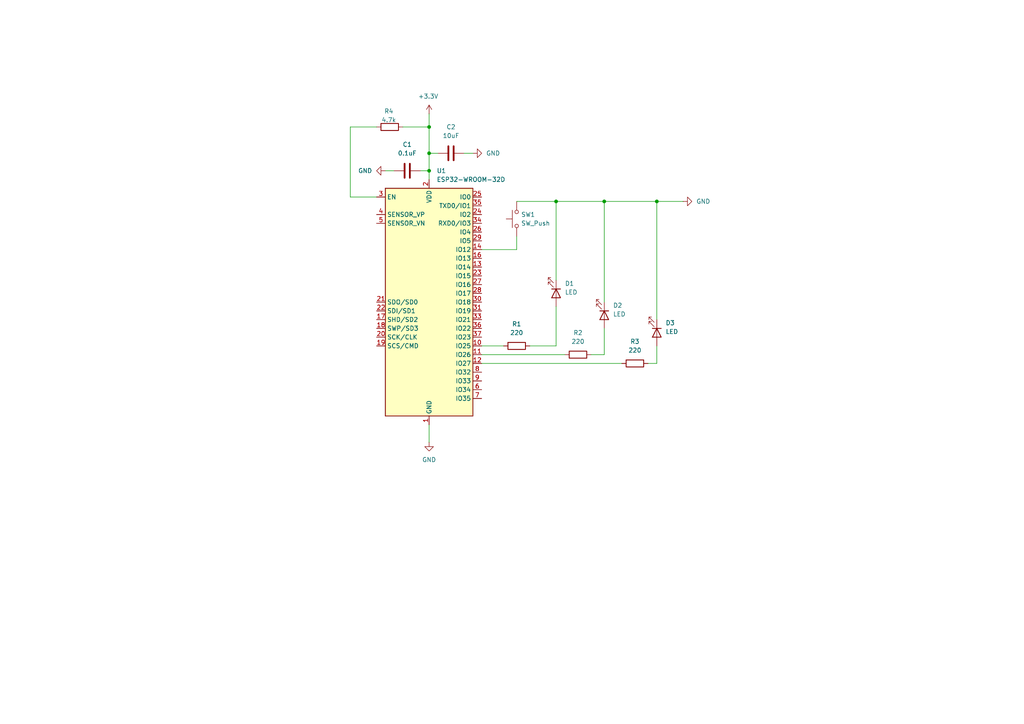
<source format=kicad_sch>
(kicad_sch (version 20231120) (generator "eeschema") (generator_version "8.0")
  (paper "A4")
  (lib_symbols
    (symbol "Device:C" (pin_numbers hide) (pin_names (offset 0.254))
      (property "Reference" "C" (at 0.635 2.54 0))
      (property "Value" "C" (at 0.635 -2.54 0))
      (symbol "C_0_1"
        (polyline (pts (xy -2.032 -0.762) (xy 2.032 -0.762)) (stroke (width 0.508)))
        (polyline (pts (xy -2.032 0.762) (xy 2.032 0.762)) (stroke (width 0.508)))
      )
      (symbol "C_1_1"
        (pin passive line (at 0 3.81 270) (length 2.794) (name "~") (number "1"))
        (pin passive line (at 0 -3.81 90) (length 2.794) (name "~") (number "2"))
      )
    )
    (symbol "Device:LED" (pin_numbers hide) (pin_names (offset 1.016) hide)
      (property "Reference" "D" (at 0 2.54 0))
      (property "Value" "LED" (at 0 -2.54 0))
      (symbol "LED_0_1"
        (polyline (pts (xy -1.27 -1.27) (xy -1.27 1.27)) (stroke (width 0.254)))
        (polyline (pts (xy -1.27 0) (xy 1.27 0)))
        (polyline (pts (xy 1.27 -1.27) (xy 1.27 1.27) (xy -1.27 0) (xy 1.27 -1.27)) (stroke (width 0.254)))
        (polyline (pts (xy -3.048 -0.762) (xy -4.572 -2.286) (xy -3.81 -2.286) (xy -4.572 -2.286) (xy -4.572 -1.524)))
        (polyline (pts (xy -1.778 -0.762) (xy -3.302 -2.286) (xy -2.54 -2.286) (xy -3.302 -2.286) (xy -3.302 -1.524)))
      )
      (symbol "LED_1_1"
        (pin passive line (at -3.81 0 0) (length 2.54) (name "K") (number "1"))
        (pin passive line (at 3.81 0 180) (length 2.54) (name "A") (number "2"))
      )
    )
    (symbol "Device:R" (pin_numbers hide) (pin_names (offset 0))
      (property "Reference" "R" (at 2.032 0 90))
      (property "Value" "R" (at 0 0 90))
      (symbol "R_0_1"
        (rectangle (start -1.016 -2.54) (end 1.016 2.54) (stroke (width 0.254)))
      )
      (symbol "R_1_1"
        (pin passive line (at 0 3.81 270) (length 1.27) (name "~") (number "1"))
        (pin passive line (at 0 -3.81 90) (length 1.27) (name "~") (number "2"))
      )
    )
    (symbol "RF_Module:ESP32-WROOM-32D"
      (property "Reference" "U" (at -12.7 34.29 0))
      (property "Value" "ESP32-WROOM-32D" (at 1.27 34.29 0))
      (symbol "ESP32-WROOM-32D_0_1"
        (rectangle (start -12.7 33.02) (end 12.7 -33.02) (stroke (width 0.254)) (fill (type background)))
      )
      (symbol "ESP32-WROOM-32D_1_1"
        (pin power_in line (at 0 -35.56 90) (length 2.54) (name "GND") (number "1"))
        (pin bidirectional line (at 15.24 -12.7 180) (length 2.54) (name "IO25") (number "10"))
        (pin bidirectional line (at 15.24 -15.24 180) (length 2.54) (name "IO26") (number "11"))
        (pin bidirectional line (at 15.24 -17.78 180) (length 2.54) (name "IO27") (number "12"))
        (pin bidirectional line (at 15.24 10.16 180) (length 2.54) (name "IO14") (number "13"))
        (pin bidirectional line (at 15.24 15.24 180) (length 2.54) (name "IO12") (number "14"))
        (pin passive line (at 0 -35.56 90) (length 2.54) hide (name "GND") (number "15"))
        (pin bidirectional line (at 15.24 12.7 180) (length 2.54) (name "IO13") (number "16"))
        (pin bidirectional line (at -15.24 -5.08 0) (length 2.54) (name "SHD/SD2") (number "17"))
        (pin bidirectional line (at -15.24 -7.62 0) (length 2.54) (name "SWP/SD3") (number "18"))
        (pin bidirectional line (at -15.24 -12.7 0) (length 2.54) (name "SCS/CMD") (number "19"))
        (pin power_in line (at 0 35.56 270) (length 2.54) (name "VDD") (number "2"))
        (pin bidirectional line (at -15.24 -10.16 0) (length 2.54) (name "SCK/CLK") (number "20"))
        (pin bidirectional line (at -15.24 0 0) (length 2.54) (name "SDO/SD0") (number "21"))
        (pin bidirectional line (at -15.24 -2.54 0) (length 2.54) (name "SDI/SD1") (number "22"))
        (pin bidirectional line (at 15.24 7.62 180) (length 2.54) (name "IO15") (number "23"))
        (pin bidirectional line (at 15.24 25.4 180) (length 2.54) (name "IO2") (number "24"))
        (pin bidirectional line (at 15.24 30.48 180) (length 2.54) (name "IO0") (number "25"))
        (pin bidirectional line (at 15.24 20.32 180) (length 2.54) (name "IO4") (number "26"))
        (pin bidirectional line (at 15.24 5.08 180) (length 2.54) (name "IO16") (number "27"))
        (pin bidirectional line (at 15.24 2.54 180) (length 2.54) (name "IO17") (number "28"))
        (pin bidirectional line (at 15.24 17.78 180) (length 2.54) (name "IO5") (number "29"))
        (pin input line (at -15.24 30.48 0) (length 2.54) (name "EN") (number "3"))
        (pin bidirectional line (at 15.24 0 180) (length 2.54) (name "IO18") (number "30"))
        (pin bidirectional line (at 15.24 -2.54 180) (length 2.54) (name "IO19") (number "31"))
        (pin no_connect line (at -12.7 -27.94 0) (length 2.54) hide (name "NC") (number "32"))
        (pin bidirectional line (at 15.24 -5.08 180) (length 2.54) (name "IO21") (number "33"))
        (pin bidirectional line (at 15.24 22.86 180) (length 2.54) (name "RXD0/IO3") (number "34"))
        (pin bidirectional line (at 15.24 27.94 180) (length 2.54) (name "TXD0/IO1") (number "35"))
        (pin bidirectional line (at 15.24 -7.62 180) (length 2.54) (name "IO22") (number "36"))
        (pin bidirectional line (at 15.24 -10.16 180) (length 2.54) (name "IO23") (number "37"))
        (pin passive line (at 0 -35.56 90) (length 2.54) hide (name "GND") (number "38"))
        (pin passive line (at 0 -35.56 90) (length 2.54) hide (name "GND") (number "39"))
        (pin input line (at -15.24 25.4 0) (length 2.54) (name "SENSOR_VP") (number "4"))
        (pin input line (at -15.24 22.86 0) (length 2.54) (name "SENSOR_VN") (number "5"))
        (pin input line (at 15.24 -25.4 180) (length 2.54) (name "IO34") (number "6"))
        (pin input line (at 15.24 -27.94 180) (length 2.54) (name "IO35") (number "7"))
        (pin bidirectional line (at 15.24 -20.32 180) (length 2.54) (name "IO32") (number "8"))
        (pin bidirectional line (at 15.24 -22.86 180) (length 2.54) (name "IO33") (number "9"))
      )
    )
    (symbol "Switch:SW_Push" (pin_numbers hide) (pin_names (offset 1.016) hide)
      (property "Reference" "SW" (at 1.27 2.54 0))
      (property "Value" "SW_Push" (at 0 -1.524 0))
      (symbol "SW_Push_0_1"
        (circle (center -2.032 0) (radius 0.508))
        (polyline (pts (xy 0 1.27) (xy 0 3.048)))
        (polyline (pts (xy 2.54 1.27) (xy -2.54 1.27)))
        (circle (center 2.032 0) (radius 0.508))
        (pin passive line (at -5.08 0 0) (length 2.54) (name "1") (number "1"))
        (pin passive line (at 5.08 0 180) (length 2.54) (name "2") (number "2"))
      )
    )
    (symbol "power:+3.3V" (power) (pin_numbers hide) (pin_names (offset 0) hide)
      (property "Value" "+3.3V" (at 0 3.556 0))
      (symbol "+3.3V_0_1"
        (polyline (pts (xy -0.762 1.27) (xy 0 2.54)))
        (polyline (pts (xy 0 0) (xy 0 2.54)))
        (polyline (pts (xy 0 2.54) (xy 0.762 1.27)))
      )
      (symbol "+3.3V_1_1"
        (pin power_in line (at 0 0 90) (length 0) (name "~") (number "1"))
      )
    )
    (symbol "power:GND" (power) (pin_numbers hide) (pin_names (offset 0) hide)
      (property "Value" "GND" (at 0 -3.81 0))
      (symbol "GND_0_1"
        (polyline (pts (xy 0 0) (xy 0 -1.27) (xy 1.27 -1.27) (xy 0 -2.54) (xy -1.27 -1.27) (xy 0 -1.27)))
      )
      (symbol "GND_1_1"
        (pin power_in line (at 0 0 270) (length 0) (name "~") (number "1"))
      )
    )
  )
  (junction (at 175.26 58.42))
  (junction (at 190.5 58.42))
  (junction (at 161.29 58.42))
  (junction (at 124.46 49.53))
  (junction (at 124.46 36.83))
  (junction (at 124.46 44.45))
  (wire (pts (xy 111.76 49.53) (xy 114.3 49.53)))
  (wire (pts (xy 121.92 49.53) (xy 124.46 49.53)))
  (wire (pts (xy 175.26 58.42) (xy 175.26 87.63)))
  (wire (pts (xy 190.5 58.42) (xy 198.12 58.42)))
  (wire (pts (xy 124.46 44.45) (xy 124.46 49.53)))
  (wire (pts (xy 134.62 44.45) (xy 137.16 44.45)))
  (wire (pts (xy 101.6 57.15) (xy 109.22 57.15)))
  (wire (pts (xy 109.22 36.83) (xy 101.6 36.83)))
  (wire (pts (xy 175.26 102.87) (xy 171.45 102.87)))
  (wire (pts (xy 149.86 68.58) (xy 149.86 72.39)))
  (wire (pts (xy 139.7 102.87) (xy 163.83 102.87)))
  (wire (pts (xy 161.29 100.33) (xy 161.29 88.9)))
  (wire (pts (xy 139.7 105.41) (xy 180.34 105.41)))
  (wire (pts (xy 190.5 58.42) (xy 190.5 92.71)))
  (wire (pts (xy 190.5 105.41) (xy 190.5 100.33)))
  (wire (pts (xy 187.96 105.41) (xy 190.5 105.41)))
  (wire (pts (xy 149.86 72.39) (xy 139.7 72.39)))
  (wire (pts (xy 124.46 36.83) (xy 124.46 44.45)))
  (wire (pts (xy 175.26 58.42) (xy 190.5 58.42)))
  (wire (pts (xy 124.46 44.45) (xy 127 44.45)))
  (wire (pts (xy 124.46 49.53) (xy 124.46 52.07)))
  (wire (pts (xy 175.26 95.25) (xy 175.26 102.87)))
  (wire (pts (xy 161.29 58.42) (xy 161.29 81.28)))
  (wire (pts (xy 139.7 100.33) (xy 146.05 100.33)))
  (wire (pts (xy 149.86 58.42) (xy 161.29 58.42)))
  (wire (pts (xy 124.46 123.19) (xy 124.46 128.27)))
  (wire (pts (xy 153.67 100.33) (xy 161.29 100.33)))
  (wire (pts (xy 116.84 36.83) (xy 124.46 36.83)))
  (wire (pts (xy 124.46 33.02) (xy 124.46 36.83)))
  (wire (pts (xy 161.29 58.42) (xy 175.26 58.42)))
  (wire (pts (xy 101.6 36.83) (xy 101.6 57.15)))
  (symbol (lib_id "RF_Module:ESP32-WROOM-32D") (at 124.46 87.63 0) (unit 1)
    (property "Reference" "U1" (at 126.6541 49.53 0) (effects (justify left)))
    (property "Value" "ESP32-WROOM-32D" (at 126.6541 52.07 0) (effects (justify left)))
    (property "Footprint" "RF_Module:ESP32-WROOM-32D" (effects (hide yes)))
    (property "Datasheet" "https://www.espressif.com/sites/default/files/documentation/esp32-wroom-32d_esp32-wroom-32u_datasheet_en.pdf" (effects (hide yes)))
    (property "Description" "RF Module, ESP32-D0WD SoC, Wi-Fi 802.11b/g/n, Bluetooth, BLE, 32-bit, 2.7-3.6V, onboard antenna, SMD" (effects (hide yes)))
  )
  (symbol (lib_id "Device:LED") (at 190.5 96.52 270) (unit 1)
    (property "Reference" "D3" (at 193.04 93.6624 90) (effects (justify left)))
    (property "Value" "LED" (at 193.04 96.2024 90) (effects (justify left)))
    (property "Description" "Light emitting diode" (effects (hide yes)))
  )
  (symbol (lib_id "Device:R") (at 184.15 105.41 90) (unit 1)
    (property "Reference" "R3" (at 184.15 99.06 90))
    (property "Value" "220" (at 184.15 101.6 90))
    (property "Description" "Resistor" (effects (hide yes)))
  )
  (symbol (lib_id "Device:R") (at 167.64 102.87 90) (unit 1)
    (property "Reference" "R2" (at 167.64 96.52 90))
    (property "Value" "220" (at 167.64 99.06 90))
    (property "Description" "Resistor" (effects (hide yes)))
  )
  (symbol (lib_id "power:GND") (at 124.46 128.27 0) (unit 1)
    (property "Reference" "#PWR03" (effects (hide yes)))
    (property "Value" "GND" (at 124.46 133.35 0))
    (property "Description" "Power symbol creates a global label with name \"GND\" , ground" (effects (hide yes)))
  )
  (symbol (lib_id "Device:C") (at 130.81 44.45 270) (unit 1)
    (property "Reference" "C2" (at 130.81 36.83 90))
    (property "Value" "10uF" (at 130.81 39.37 90))
    (property "Description" "Unpolarized capacitor" (effects (hide yes)))
  )
  (symbol (lib_id "power:GND") (at 111.76 49.53 270) (unit 1)
    (property "Reference" "#PWR05" (effects (hide yes)))
    (property "Value" "GND" (at 107.95 49.5299 90) (effects (justify right)))
    (property "Description" "Power symbol creates a global label with name \"GND\" , ground" (effects (hide yes)))
  )
  (symbol (lib_id "Device:C") (at 118.11 49.53 90) (unit 1)
    (property "Reference" "C1" (at 118.11 41.91 90))
    (property "Value" "0.1uF" (at 118.11 44.45 90))
    (property "Description" "Unpolarized capacitor" (effects (hide yes)))
  )
  (symbol (lib_id "Device:LED") (at 175.26 91.44 270) (unit 1)
    (property "Reference" "D2" (at 177.8 88.5824 90) (effects (justify left)))
    (property "Value" "LED" (at 177.8 91.1224 90) (effects (justify left)))
    (property "Description" "Light emitting diode" (effects (hide yes)))
  )
  (symbol (lib_id "power:GND") (at 198.12 58.42 90) (unit 1)
    (property "Reference" "#PWR01" (effects (hide yes)))
    (property "Value" "GND" (at 201.93 58.4199 90) (effects (justify right)))
    (property "Description" "Power symbol creates a global label with name \"GND\" , ground" (effects (hide yes)))
  )
  (symbol (lib_id "power:GND") (at 137.16 44.45 90) (unit 1)
    (property "Reference" "#PWR04" (effects (hide yes)))
    (property "Value" "GND" (at 140.97 44.4499 90) (effects (justify right)))
    (property "Description" "Power symbol creates a global label with name \"GND\" , ground" (effects (hide yes)))
  )
  (symbol (lib_id "Device:LED") (at 161.29 85.09 270) (unit 1)
    (property "Reference" "D1" (at 163.83 82.2324 90) (effects (justify left)))
    (property "Value" "LED" (at 163.83 84.7724 90) (effects (justify left)))
    (property "Description" "Light emitting diode" (effects (hide yes)))
  )
  (symbol (lib_id "Device:R") (at 113.03 36.83 90) (unit 1)
    (property "Reference" "R4" (at 112.776 32.258 90))
    (property "Value" "4.7k" (at 112.776 34.798 90))
    (property "Description" "Resistor" (effects (hide yes)))
  )
  (symbol (lib_id "Device:R") (at 149.86 100.33 90) (unit 1)
    (property "Reference" "R1" (at 149.86 93.98 90))
    (property "Value" "220" (at 149.86 96.52 90))
    (property "Description" "Resistor" (effects (hide yes)))
  )
  (symbol (lib_id "Switch:SW_Push") (at 149.86 63.5 90) (unit 1)
    (property "Reference" "SW1" (at 151.13 62.2299 90) (effects (justify right)))
    (property "Value" "SW_Push" (at 151.13 64.7699 90) (effects (justify right)))
    (property "Description" "Push button switch, generic, two pins" (effects (hide yes)))
  )
  (symbol (lib_id "power:+3.3V") (at 124.46 33.02 0) (unit 1)
    (property "Reference" "#PWR02" (effects (hide yes)))
    (property "Value" "+3.3V" (at 124.206 27.94 0))
    (property "Description" "Power symbol creates a global label with name \"+3.3V\"" (effects (hide yes)))
  )
)
</source>
